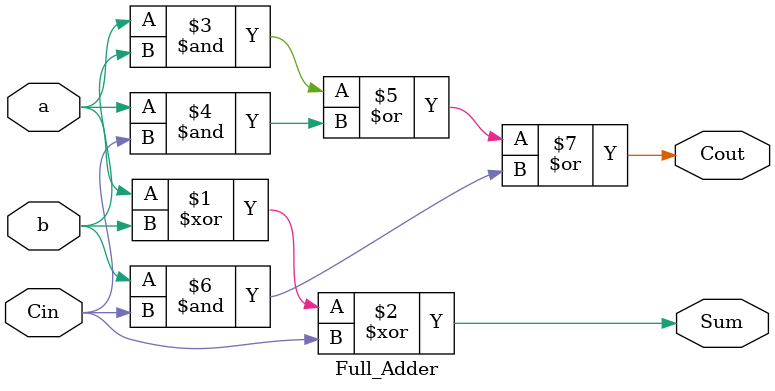
<source format=sv>
module Full_Adder (
	input logic a,
	input logic b,
	input logic Cin,
	output logic Sum,
	output logic Cout
);

assign Sum = a ^ b ^ Cin;
assign Cout = (a & b) | (a & Cin) | (b & Cin);

endmodule
</source>
